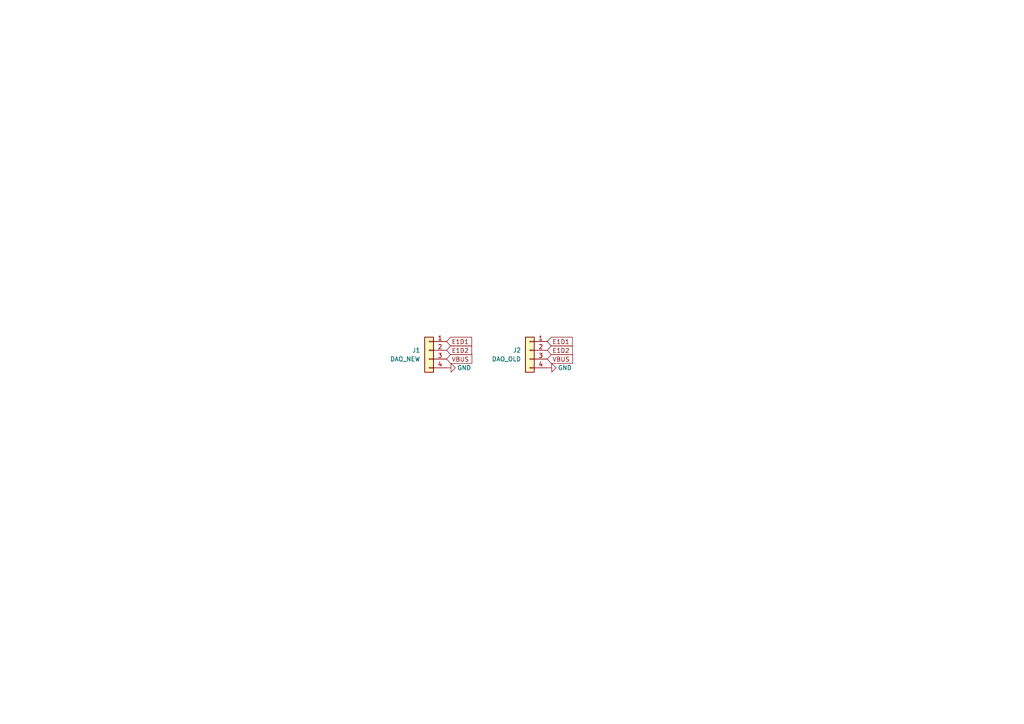
<source format=kicad_sch>
(kicad_sch (version 20231120) (generator "eeschema") (generator_version "8.0")
  (paper "A4")
  (lib_symbols
    (symbol "Connector_Generic:Conn_01x04" (pin_names (offset 1.016) hide)
      (property "Reference" "J" (at 0 5.08 0))
      (property "Value" "Conn_01x04" (at 0 -7.62 0))
      (symbol "Conn_01x04_1_1"
        (rectangle (start -1.27 -4.953) (end 0 -5.207) (stroke (width 0.1524)))
        (rectangle (start -1.27 -2.413) (end 0 -2.667) (stroke (width 0.1524)))
        (rectangle (start -1.27 0.127) (end 0 -0.127) (stroke (width 0.1524)))
        (rectangle (start -1.27 2.667) (end 0 2.413) (stroke (width 0.1524)))
        (rectangle (start -1.27 3.81) (end 1.27 -6.35) (stroke (width 0.254)) (fill (type background)))
        (pin passive line (at -5.08 2.54 0) (length 3.81) (name "Pin_1") (number "1"))
        (pin passive line (at -5.08 0 0) (length 3.81) (name "Pin_2") (number "2"))
        (pin passive line (at -5.08 -2.54 0) (length 3.81) (name "Pin_3") (number "3"))
        (pin passive line (at -5.08 -5.08 0) (length 3.81) (name "Pin_4") (number "4"))
      )
    )
    (symbol "power:GND" (power) (pin_names (offset 0))
      (property "Value" "GND" (at 0 -3.81 0))
      (symbol "GND_0_1"
        (polyline (pts (xy 0 0) (xy 0 -1.27) (xy 1.27 -1.27) (xy 0 -2.54) (xy -1.27 -1.27) (xy 0 -1.27)))
      )
      (symbol "GND_1_1"
        (pin power_in line (at 0 0 270) (length 0) hide (name "GND") (number "1"))
      )
    )
  )
  (global_label "E1D1" (shape input) (at 129.54 99.06 0) (property "Intersheetrefs" "${INTERSHEET_REFS}" (effects (hide yes))))
  (global_label "VBUS" (shape input) (at 158.75 104.14 0) (property "Intersheetrefs" "${INTERSHEET_REFS}" (effects (hide yes))))
  (global_label "E1D2" (shape input) (at 129.54 101.6 0) (property "Intersheetrefs" "${INTERSHEET_REFS}" (effects (hide yes))))
  (global_label "E1D1" (shape input) (at 158.75 99.06 0) (property "Intersheetrefs" "${INTERSHEET_REFS}" (effects (hide yes))))
  (global_label "E1D2" (shape input) (at 158.75 101.6 0) (property "Intersheetrefs" "${INTERSHEET_REFS}" (effects (hide yes))))
  (global_label "VBUS" (shape input) (at 129.54 104.14 0) (property "Intersheetrefs" "${INTERSHEET_REFS}" (effects (hide yes))))
  (symbol (lib_id "Connector_Generic:Conn_01x04") (at 153.67 101.6 0) (mirror y) (unit 1)
    (property "Reference" "J2" (at 151.13 101.5999 0) (effects (justify left)))
    (property "Value" "DAO_OLD" (at 151.13 104.1399 0) (effects (justify left)))
    (property "Footprint" "Connector_JST:JST_XH_S4B-XH-A_1x04_P2.50mm_Horizontal" (effects (hide yes)))
    (property "Description" "Generic connector, single row, 01x04, script generated (kicad-library-utils/schlib/autogen/connector/)" (effects (hide yes)))
  )
  (symbol (lib_id "power:GND") (at 158.75 106.68 90) (mirror x) (unit 1)
    (property "Reference" "#PWR01" (effects (hide yes)))
    (property "Value" "GND" (at 163.83 106.68 90))
  )
  (symbol (lib_id "power:GND") (at 129.54 106.68 90) (mirror x) (unit 1)
    (property "Reference" "#PWR02" (effects (hide yes)))
    (property "Value" "GND" (at 134.62 106.68 90))
  )
  (symbol (lib_id "Connector_Generic:Conn_01x04") (at 124.46 101.6 0) (mirror y) (unit 1)
    (property "Reference" "J1" (at 121.92 101.5999 0) (effects (justify left)))
    (property "Value" "DAO_NEW" (at 121.92 104.1399 0) (effects (justify left)))
    (property "Footprint" "Connector_JST:JST_XH_S4B-XH-A_1x04_P2.50mm_Horizontal" (effects (hide yes)))
    (property "Description" "Generic connector, single row, 01x04, script generated (kicad-library-utils/schlib/autogen/connector/)" (effects (hide yes)))
  )
)
</source>
